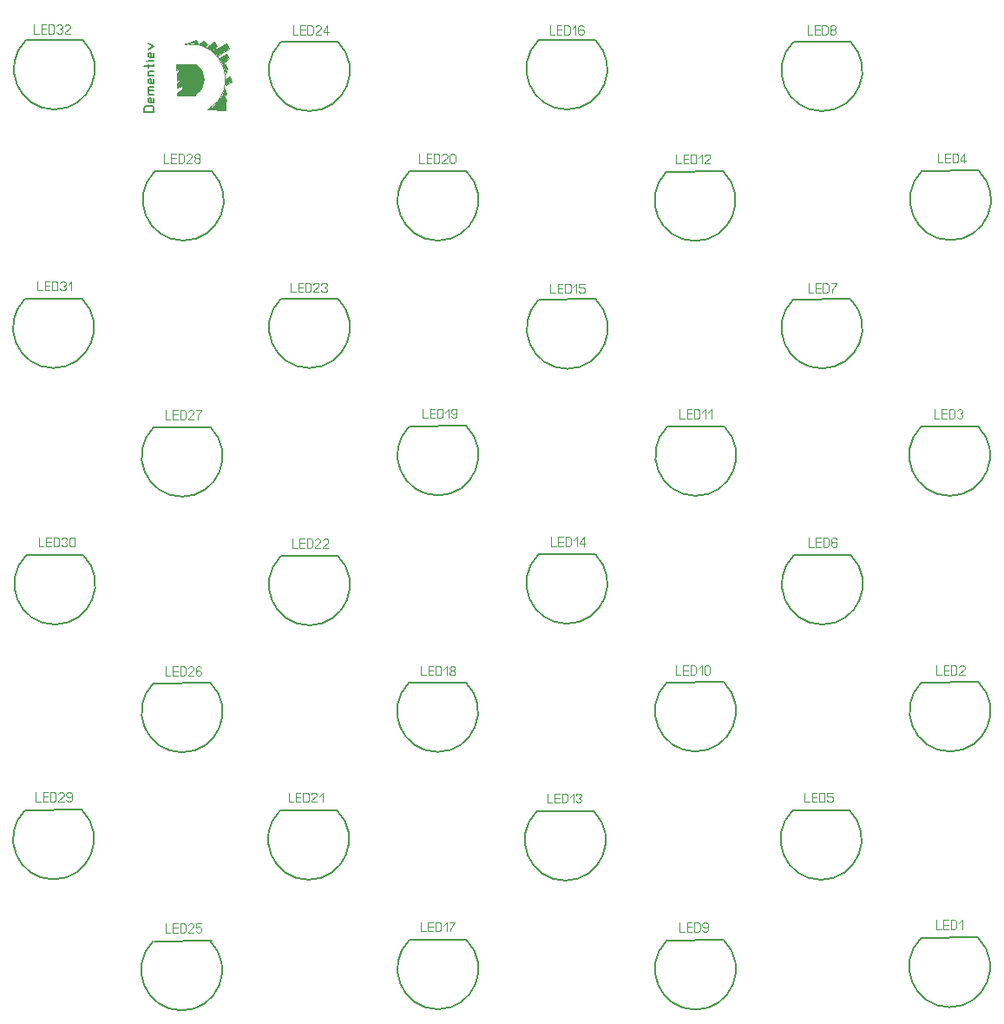
<source format=gbr>
%FSLAX34Y34*%
%MOMM*%
%LNSILK_TOP*%
G71*
G01*
%ADD10C,0.175*%
%ADD11C,0.100*%
%ADD12C,0.200*%
%ADD13C,0.111*%
%LPD*%
G54D10*
X158279Y895017D02*
X148501Y895017D01*
X148501Y898683D01*
X149112Y900150D01*
X150334Y900883D01*
X156446Y900883D01*
X157668Y900150D01*
X158279Y898683D01*
X158279Y895017D01*
G54D10*
X157668Y908706D02*
X158279Y907532D01*
X158279Y906066D01*
X157668Y904599D01*
X156446Y904306D01*
X154368Y904306D01*
X153146Y905039D01*
X152779Y906506D01*
X153146Y907972D01*
X154001Y908706D01*
X155223Y908706D01*
X155223Y904306D01*
G54D10*
X158279Y912128D02*
X152779Y912128D01*
G54D10*
X153757Y912128D02*
X152779Y913594D01*
X153146Y915061D01*
X154001Y915794D01*
X158279Y915794D01*
G54D10*
X153757Y915794D02*
X152779Y917261D01*
X153146Y918728D01*
X154001Y919461D01*
X158279Y919461D01*
G54D10*
X157668Y927283D02*
X158279Y926109D01*
X158279Y924643D01*
X157668Y923176D01*
X156446Y922883D01*
X154368Y922883D01*
X153146Y923616D01*
X152779Y925083D01*
X153146Y926549D01*
X154001Y927283D01*
X155223Y927283D01*
X155223Y922883D01*
G54D10*
X158279Y930705D02*
X152779Y930705D01*
G54D10*
X154001Y930705D02*
X153146Y931438D01*
X152779Y932905D01*
X153146Y934371D01*
X154001Y935105D01*
X158279Y935105D01*
G54D10*
X148501Y939993D02*
X157668Y939993D01*
X158279Y940727D01*
X158034Y941460D01*
G54D10*
X152779Y938527D02*
X152779Y941460D01*
G54D10*
X158279Y944882D02*
X152779Y944882D01*
G54D10*
X150946Y944882D02*
X150946Y944882D01*
G54D10*
X157668Y952704D02*
X158279Y951530D01*
X158279Y950064D01*
X157668Y948597D01*
X156446Y948304D01*
X154368Y948304D01*
X153146Y949037D01*
X152779Y950504D01*
X153146Y951970D01*
X154001Y952704D01*
X155223Y952704D01*
X155223Y948304D01*
G54D10*
X152779Y956126D02*
X158279Y959059D01*
X152779Y961992D01*
G54D11*
G75*
G01X198938Y911942D02*
G03X198938Y941387I-8500J14723D01*
G01*
G36*
G75*
G01X198938Y911942D02*
G03X198938Y941387I-8500J14723D01*
G01*
G37*
X198938Y911942D01*
G36*
X198938Y941387D02*
X180179Y941387D01*
X180166Y941374D01*
X180166Y935818D01*
X184135Y937405D01*
X180563Y932643D01*
X180563Y925896D01*
X186913Y929468D01*
X180563Y922324D01*
X180563Y918355D01*
X186119Y920340D01*
X186119Y917165D01*
X180960Y913593D01*
X180960Y911212D01*
X198207Y911212D01*
X198938Y911942D01*
X198938Y941387D01*
G37*
G54D11*
X198938Y941387D02*
X180179Y941387D01*
X180166Y941374D01*
X180166Y935818D01*
X184135Y937405D01*
X180563Y932643D01*
X180563Y925896D01*
X186913Y929468D01*
X180563Y922324D01*
X180563Y918355D01*
X186119Y920340D01*
X186119Y917165D01*
X180960Y913593D01*
X180960Y911212D01*
X198207Y911212D01*
X198938Y911942D01*
X198938Y941387D01*
G36*
X188500Y961218D02*
X195644Y962408D01*
X201597Y961218D01*
X199613Y965583D01*
X188500Y961218D01*
G37*
G54D11*
X188500Y961218D02*
X195644Y962408D01*
X201597Y961218D01*
X199613Y965583D01*
X188500Y961218D01*
G54D11*
G75*
G01X210993Y897247D02*
G03X188480Y961177I-17355J29818D01*
G01*
G36*
X201597Y961218D02*
X207154Y964790D01*
X210329Y961218D01*
X207550Y958837D01*
X201597Y961218D01*
G37*
G54D11*
X201597Y961218D02*
X207154Y964790D01*
X210329Y961218D01*
X207550Y958837D01*
X201597Y961218D01*
G36*
X209535Y958043D02*
X217076Y963202D01*
X219854Y959233D01*
X215488Y954074D01*
X229379Y962012D01*
X231363Y956852D01*
X220250Y949708D01*
X215885Y954471D01*
X209535Y958043D01*
G37*
G54D11*
X209535Y958043D02*
X217076Y963202D01*
X219854Y959233D01*
X215488Y954074D01*
X229379Y962012D01*
X231363Y956852D01*
X220250Y949708D01*
X215885Y954471D01*
X209535Y958043D01*
G36*
X222235Y947327D02*
X226204Y940183D01*
X227791Y932643D01*
X230172Y937008D01*
X228188Y941771D01*
X225410Y942168D01*
X231363Y947327D01*
X228982Y952090D01*
X222235Y947327D01*
G37*
G54D11*
X222235Y947327D02*
X226204Y940183D01*
X227791Y932643D01*
X230172Y937008D01*
X228188Y941771D01*
X225410Y942168D01*
X231363Y947327D01*
X228982Y952090D01*
X222235Y947327D01*
G36*
X228585Y927483D02*
X232157Y929865D01*
X234141Y924308D01*
X228188Y921133D01*
X228585Y927483D01*
G37*
G54D11*
X228585Y927483D02*
X232157Y929865D01*
X234141Y924308D01*
X228188Y921133D01*
X228585Y927483D01*
G36*
X210992Y897247D02*
X214694Y898908D01*
X220647Y904068D01*
X225410Y912005D01*
X226997Y917958D01*
X229379Y912402D01*
X226997Y910418D01*
X229379Y905655D01*
X226997Y904862D01*
X228188Y903671D01*
X228188Y896527D01*
X210992Y897247D01*
G37*
G54D11*
X210992Y897247D02*
X214694Y898908D01*
X220647Y904068D01*
X225410Y912005D01*
X226997Y917958D01*
X229379Y912402D01*
X226997Y910418D01*
X229379Y905655D01*
X226997Y904862D01*
X228188Y903671D01*
X228188Y896527D01*
X210992Y897247D01*
G54D12*
G75*
G01X907516Y837568D02*
G03X963377Y837568I27930J-27931D01*
G01*
G54D12*
X963256Y838000D02*
X907516Y837568D01*
G54D13*
X923120Y854629D02*
X923120Y845740D01*
X927787Y845740D01*
G54D13*
X934898Y845740D02*
X930231Y845740D01*
X930231Y854629D01*
X934898Y854629D01*
G54D13*
X930231Y850185D02*
X934898Y850185D01*
G54D13*
X937342Y845740D02*
X937342Y854629D01*
X940675Y854629D01*
X942009Y854074D01*
X942675Y852962D01*
X942675Y847407D01*
X942009Y846296D01*
X940675Y845740D01*
X937342Y845740D01*
G54D13*
X949119Y845740D02*
X949119Y854629D01*
X945119Y849074D01*
X945119Y847962D01*
X950452Y847962D01*
G54D12*
G75*
G01X782103Y963377D02*
G03X837965Y963377I27931J-27931D01*
G01*
G54D12*
X838240Y963809D02*
X782500Y963377D01*
G54D13*
X796008Y979645D02*
X796008Y970756D01*
X800675Y970756D01*
G54D13*
X807786Y970756D02*
X803119Y970756D01*
X803119Y979645D01*
X807786Y979645D01*
G54D13*
X803119Y975200D02*
X807786Y975200D01*
G54D13*
X810230Y970756D02*
X810230Y979645D01*
X813564Y979645D01*
X814897Y979089D01*
X815564Y977978D01*
X815564Y972423D01*
X814897Y971311D01*
X813564Y970756D01*
X810230Y970756D01*
G54D13*
X821341Y975200D02*
X820007Y975200D01*
X818674Y975756D01*
X818007Y976867D01*
X818007Y977978D01*
X818674Y979089D01*
X820007Y979645D01*
X821341Y979645D01*
X822674Y979089D01*
X823341Y977978D01*
X823341Y976867D01*
X822674Y975756D01*
X821341Y975200D01*
X822674Y974645D01*
X823341Y973534D01*
X823341Y972423D01*
X822674Y971311D01*
X821341Y970756D01*
X820007Y970756D01*
X818674Y971311D01*
X818007Y972423D01*
X818007Y973534D01*
X818674Y974645D01*
X820007Y975200D01*
G54D12*
G75*
G01X658278Y836774D02*
G03X714140Y836774I27931J-27931D01*
G01*
G54D12*
X714018Y837206D02*
X658278Y836774D01*
G54D13*
X667881Y853835D02*
X667881Y844946D01*
X672547Y844946D01*
G54D13*
X679658Y844946D02*
X674992Y844946D01*
X674992Y853835D01*
X679658Y853835D01*
G54D13*
X674992Y849391D02*
X679658Y849391D01*
G54D13*
X682103Y844946D02*
X682103Y853835D01*
X685436Y853835D01*
X686769Y853280D01*
X687436Y852169D01*
X687436Y846613D01*
X686769Y845502D01*
X685436Y844946D01*
X682103Y844946D01*
G54D13*
X689880Y850502D02*
X693213Y853835D01*
X693213Y844946D01*
G54D13*
X700990Y844946D02*
X695657Y844946D01*
X695657Y845502D01*
X696323Y846613D01*
X700323Y849946D01*
X700990Y851058D01*
X700990Y852169D01*
X700323Y853280D01*
X698990Y853835D01*
X697657Y853835D01*
X696323Y853280D01*
X695657Y852169D01*
G54D12*
G75*
G01X782103Y712552D02*
G03X837965Y712552I27931J-27931D01*
G01*
G54D12*
X837843Y712984D02*
X782103Y712552D01*
G54D13*
X796906Y728026D02*
X796906Y719137D01*
X801573Y719137D01*
G54D13*
X808684Y719137D02*
X804017Y719137D01*
X804017Y728026D01*
X808684Y728026D01*
G54D13*
X804017Y723582D02*
X808684Y723582D01*
G54D13*
X811128Y719137D02*
X811128Y728026D01*
X814461Y728026D01*
X815795Y727470D01*
X816461Y726359D01*
X816461Y720804D01*
X815795Y719693D01*
X814461Y719137D01*
X811128Y719137D01*
G54D13*
X818905Y728026D02*
X824238Y728026D01*
X823572Y726915D01*
X822238Y725248D01*
X820905Y723026D01*
X820238Y721359D01*
X820238Y719137D01*
G54D12*
G75*
G01X533660Y712155D02*
G03X589521Y712155I27930J-27931D01*
G01*
G54D12*
X589400Y712587D02*
X533660Y712155D01*
G54D13*
X545247Y727629D02*
X545247Y718740D01*
X549914Y718740D01*
G54D13*
X557025Y718740D02*
X552358Y718740D01*
X552358Y727629D01*
X557025Y727629D01*
G54D13*
X552358Y723185D02*
X557025Y723185D01*
G54D13*
X559469Y718740D02*
X559469Y727629D01*
X562802Y727629D01*
X564136Y727074D01*
X564802Y725962D01*
X564802Y720407D01*
X564136Y719296D01*
X562802Y718740D01*
X559469Y718740D01*
G54D13*
X567246Y724296D02*
X570579Y727629D01*
X570579Y718740D01*
G54D13*
X578356Y727629D02*
X573023Y727629D01*
X573023Y723740D01*
X573690Y723740D01*
X575023Y724296D01*
X576356Y724296D01*
X577690Y723740D01*
X578356Y722629D01*
X578356Y720407D01*
X577690Y719296D01*
X576356Y718740D01*
X575023Y718740D01*
X573690Y719296D01*
X573023Y720407D01*
G54D12*
G75*
G01X533263Y964965D02*
G03X589124Y964965I27930J-27931D01*
G01*
G54D12*
X589003Y965396D02*
X533263Y964965D01*
G54D13*
X544454Y979645D02*
X544454Y970756D01*
X549121Y970756D01*
G54D13*
X556232Y970756D02*
X551565Y970756D01*
X551565Y979645D01*
X556232Y979645D01*
G54D13*
X551565Y975200D02*
X556232Y975200D01*
G54D13*
X558676Y970756D02*
X558676Y979645D01*
X562009Y979645D01*
X563343Y979089D01*
X564009Y977978D01*
X564009Y972423D01*
X563343Y971311D01*
X562009Y970756D01*
X558676Y970756D01*
G54D13*
X566453Y976311D02*
X569786Y979645D01*
X569786Y970756D01*
G54D13*
X577563Y977978D02*
X576897Y979089D01*
X575563Y979645D01*
X574230Y979645D01*
X572897Y979089D01*
X572230Y977978D01*
X572230Y975200D01*
X572230Y974645D01*
X574230Y975756D01*
X575563Y975756D01*
X576897Y975200D01*
X577563Y974089D01*
X577563Y972423D01*
X576897Y971311D01*
X575563Y970756D01*
X574230Y970756D01*
X572897Y971311D01*
X572230Y972423D01*
X572230Y975200D01*
G54D12*
G75*
G01X407453Y837171D02*
G03X463315Y837171I27931J-27931D01*
G01*
G54D12*
X463193Y837603D02*
X407453Y837171D01*
G54D13*
X417232Y854232D02*
X417232Y845343D01*
X421898Y845343D01*
G54D13*
X429009Y845343D02*
X424343Y845343D01*
X424343Y854232D01*
X429009Y854232D01*
G54D13*
X424343Y849788D02*
X429009Y849788D01*
G54D13*
X431454Y845343D02*
X431454Y854232D01*
X434787Y854232D01*
X436120Y853677D01*
X436787Y852566D01*
X436787Y847010D01*
X436120Y845899D01*
X434787Y845343D01*
X431454Y845343D01*
G54D13*
X444564Y845343D02*
X439231Y845343D01*
X439231Y845899D01*
X439897Y847010D01*
X443897Y850343D01*
X444564Y851454D01*
X444564Y852566D01*
X443897Y853677D01*
X442564Y854232D01*
X441231Y854232D01*
X439897Y853677D01*
X439231Y852566D01*
G54D13*
X452341Y852566D02*
X452341Y847010D01*
X451674Y845899D01*
X450341Y845343D01*
X449008Y845343D01*
X447674Y845899D01*
X447008Y847010D01*
X447008Y852566D01*
X447674Y853677D01*
X449008Y854232D01*
X450341Y854232D01*
X451674Y853677D01*
X452341Y852566D01*
G54D12*
G75*
G01X282041Y963377D02*
G03X337902Y963377I27931J-27931D01*
G01*
G54D12*
X337781Y963809D02*
X282041Y963377D01*
G54D13*
X293915Y979645D02*
X293915Y970756D01*
X298581Y970756D01*
G54D13*
X305692Y970756D02*
X301026Y970756D01*
X301026Y979645D01*
X305692Y979645D01*
G54D13*
X301026Y975200D02*
X305692Y975200D01*
G54D13*
X308137Y970756D02*
X308137Y979645D01*
X311470Y979645D01*
X312803Y979089D01*
X313470Y977978D01*
X313470Y972423D01*
X312803Y971311D01*
X311470Y970756D01*
X308137Y970756D01*
G54D13*
X321247Y970756D02*
X315914Y970756D01*
X315914Y971311D01*
X316580Y972423D01*
X320580Y975756D01*
X321247Y976867D01*
X321247Y977978D01*
X320580Y979089D01*
X319247Y979645D01*
X317914Y979645D01*
X316580Y979089D01*
X315914Y977978D01*
G54D13*
X327691Y970756D02*
X327691Y979645D01*
X323691Y974089D01*
X323691Y972978D01*
X329024Y972978D01*
G54D12*
G75*
G01X282041Y712949D02*
G03X337902Y712949I27931J-27931D01*
G01*
G54D12*
X337781Y713381D02*
X282041Y712949D01*
G54D13*
X291819Y728423D02*
X291819Y719534D01*
X296486Y719534D01*
G54D13*
X303597Y719534D02*
X298930Y719534D01*
X298930Y728423D01*
X303597Y728423D01*
G54D13*
X298930Y723978D02*
X303597Y723978D01*
G54D13*
X306041Y719534D02*
X306041Y728423D01*
X309375Y728423D01*
X310708Y727867D01*
X311375Y726756D01*
X311375Y721201D01*
X310708Y720090D01*
X309375Y719534D01*
X306041Y719534D01*
G54D13*
X319152Y719534D02*
X313818Y719534D01*
X313818Y720090D01*
X314485Y721201D01*
X318485Y724534D01*
X319152Y725645D01*
X319152Y726756D01*
X318485Y727867D01*
X317152Y728423D01*
X315818Y728423D01*
X314485Y727867D01*
X313818Y726756D01*
G54D13*
X321595Y726756D02*
X322262Y727867D01*
X323595Y728423D01*
X324929Y728423D01*
X326262Y727867D01*
X326929Y726756D01*
X326929Y725645D01*
X326262Y724534D01*
X324929Y723978D01*
X326262Y723423D01*
X326929Y722312D01*
X326929Y721201D01*
X326262Y720090D01*
X324929Y719534D01*
X323595Y719534D01*
X322262Y720090D01*
X321595Y721201D01*
G54D12*
G75*
G01X159010Y837171D02*
G03X214871Y837171I27930J-27931D01*
G01*
G54D12*
X214750Y837603D02*
X159010Y837171D01*
G54D13*
X167994Y854232D02*
X167994Y845343D01*
X172660Y845343D01*
G54D13*
X179771Y845343D02*
X175105Y845343D01*
X175105Y854232D01*
X179771Y854232D01*
G54D13*
X175105Y849788D02*
X179771Y849788D01*
G54D13*
X182216Y845343D02*
X182216Y854232D01*
X185549Y854232D01*
X186882Y853677D01*
X187549Y852566D01*
X187549Y847010D01*
X186882Y845899D01*
X185549Y845343D01*
X182216Y845343D01*
G54D13*
X195326Y845343D02*
X189993Y845343D01*
X189993Y845899D01*
X190659Y847010D01*
X194659Y850343D01*
X195326Y851454D01*
X195326Y852566D01*
X194659Y853677D01*
X193326Y854232D01*
X191993Y854232D01*
X190659Y853677D01*
X189993Y852566D01*
G54D13*
X201103Y849788D02*
X199770Y849788D01*
X198436Y850343D01*
X197770Y851454D01*
X197770Y852566D01*
X198436Y853677D01*
X199770Y854232D01*
X201103Y854232D01*
X202436Y853677D01*
X203103Y852566D01*
X203103Y851454D01*
X202436Y850343D01*
X201103Y849788D01*
X202436Y849232D01*
X203103Y848121D01*
X203103Y847010D01*
X202436Y845899D01*
X201103Y845343D01*
X199770Y845343D01*
X198436Y845899D01*
X197770Y847010D01*
X197770Y848121D01*
X198436Y849232D01*
X199770Y849788D01*
G54D12*
G75*
G01X33200Y964965D02*
G03X89062Y964965I27931J-27931D01*
G01*
G54D12*
X88940Y965396D02*
X33200Y964965D01*
G54D13*
X41390Y980439D02*
X41390Y971550D01*
X46057Y971550D01*
G54D13*
X53168Y971550D02*
X48501Y971550D01*
X48501Y980439D01*
X53168Y980439D01*
G54D13*
X48501Y975994D02*
X53168Y975994D01*
G54D13*
X55612Y971550D02*
X55612Y980439D01*
X58946Y980439D01*
X60279Y979883D01*
X60946Y978772D01*
X60946Y973216D01*
X60279Y972105D01*
X58946Y971550D01*
X55612Y971550D01*
G54D13*
X63389Y978772D02*
X64056Y979883D01*
X65389Y980439D01*
X66723Y980439D01*
X68056Y979883D01*
X68723Y978772D01*
X68723Y977661D01*
X68056Y976550D01*
X66723Y975994D01*
X68056Y975439D01*
X68723Y974327D01*
X68723Y973216D01*
X68056Y972105D01*
X66723Y971550D01*
X65389Y971550D01*
X64056Y972105D01*
X63389Y973216D01*
G54D13*
X76500Y971550D02*
X71166Y971550D01*
X71166Y972105D01*
X71833Y973216D01*
X75833Y976550D01*
X76500Y977661D01*
X76500Y978772D01*
X75833Y979883D01*
X74500Y980439D01*
X73166Y980439D01*
X71833Y979883D01*
X71166Y978772D01*
G54D12*
G75*
G01X32406Y712949D02*
G03X88268Y712949I27931J-27931D01*
G01*
G54D12*
X88146Y713381D02*
X32406Y712949D01*
G54D13*
X44789Y730010D02*
X44789Y721122D01*
X49456Y721122D01*
G54D13*
X56566Y721122D02*
X51900Y721122D01*
X51900Y730010D01*
X56566Y730010D01*
G54D13*
X51900Y725566D02*
X56566Y725566D01*
G54D13*
X59011Y721122D02*
X59011Y730010D01*
X62344Y730010D01*
X63678Y729455D01*
X64344Y728344D01*
X64344Y722788D01*
X63678Y721677D01*
X62344Y721122D01*
X59011Y721122D01*
G54D13*
X66788Y728344D02*
X67454Y729455D01*
X68788Y730010D01*
X70121Y730010D01*
X71454Y729455D01*
X72121Y728344D01*
X72121Y727233D01*
X71454Y726122D01*
X70121Y725566D01*
X71454Y725010D01*
X72121Y723899D01*
X72121Y722788D01*
X71454Y721677D01*
X70121Y721122D01*
X68788Y721122D01*
X67454Y721677D01*
X66788Y722788D01*
G54D13*
X74565Y726677D02*
X77898Y730010D01*
X77898Y721122D01*
G54D12*
G75*
G01X157819Y587536D02*
G03X213680Y587536I27931J-27930D01*
G01*
G54D12*
X213559Y587968D02*
X157819Y587536D01*
G54D13*
X169686Y604598D02*
X169686Y595709D01*
X174353Y595709D01*
G54D13*
X181464Y595709D02*
X176798Y595709D01*
X176798Y604598D01*
X181464Y604598D01*
G54D13*
X176798Y600153D02*
X181464Y600153D01*
G54D13*
X183908Y595709D02*
X183908Y604598D01*
X187242Y604598D01*
X188575Y604042D01*
X189242Y602931D01*
X189242Y597376D01*
X188575Y596265D01*
X187242Y595709D01*
X183908Y595709D01*
G54D13*
X197019Y595709D02*
X191686Y595709D01*
X191686Y596265D01*
X192352Y597376D01*
X196352Y600709D01*
X197019Y601820D01*
X197019Y602931D01*
X196352Y604042D01*
X195019Y604598D01*
X193686Y604598D01*
X192352Y604042D01*
X191686Y602931D01*
G54D13*
X199462Y604598D02*
X204796Y604598D01*
X204129Y603487D01*
X202796Y601820D01*
X201462Y599598D01*
X200796Y597931D01*
X200796Y595709D01*
G54D12*
G75*
G01X407453Y588727D02*
G03X463315Y588727I27931J-27931D01*
G01*
G54D12*
X463193Y589159D02*
X407453Y588727D01*
G54D13*
X420628Y605788D02*
X420628Y596900D01*
X425294Y596900D01*
G54D13*
X432405Y596900D02*
X427739Y596900D01*
X427739Y605788D01*
X432405Y605788D01*
G54D13*
X427739Y601344D02*
X432405Y601344D01*
G54D13*
X434850Y596900D02*
X434850Y605788D01*
X438183Y605788D01*
X439516Y605233D01*
X440183Y604122D01*
X440183Y598566D01*
X439516Y597455D01*
X438183Y596900D01*
X434850Y596900D01*
G54D13*
X442627Y602455D02*
X445960Y605788D01*
X445960Y596900D01*
G54D13*
X448404Y598566D02*
X449070Y597455D01*
X450404Y596900D01*
X451737Y596900D01*
X453070Y597455D01*
X453737Y598566D01*
X453737Y601344D01*
X453737Y601900D01*
X451737Y600788D01*
X450404Y600788D01*
X449070Y601344D01*
X448404Y602455D01*
X448404Y604122D01*
X449070Y605233D01*
X450404Y605788D01*
X451737Y605788D01*
X453070Y605233D01*
X453737Y604122D01*
X453737Y601344D01*
G54D12*
G75*
G01X659072Y588330D02*
G03X714933Y588330I27931J-27930D01*
G01*
G54D12*
X714812Y588762D02*
X659072Y588330D01*
G54D13*
X671279Y605392D02*
X671279Y596503D01*
X675946Y596503D01*
G54D13*
X683057Y596503D02*
X678390Y596503D01*
X678390Y605392D01*
X683057Y605392D01*
G54D13*
X678390Y600947D02*
X683057Y600947D01*
G54D13*
X685501Y596503D02*
X685501Y605392D01*
X688834Y605392D01*
X690168Y604836D01*
X690834Y603725D01*
X690834Y598169D01*
X690168Y597058D01*
X688834Y596503D01*
X685501Y596503D01*
G54D13*
X693278Y602058D02*
X696611Y605392D01*
X696611Y596503D01*
G54D13*
X699055Y602058D02*
X702388Y605392D01*
X702388Y596503D01*
G54D12*
G75*
G01X533263Y463711D02*
G03X589124Y463711I27930J-27930D01*
G01*
G54D12*
X589003Y464143D02*
X533263Y463711D01*
G54D13*
X545756Y480773D02*
X545756Y471884D01*
X550422Y471884D01*
G54D13*
X557533Y471884D02*
X552866Y471884D01*
X552866Y480773D01*
X557533Y480773D01*
G54D13*
X552866Y476328D02*
X557533Y476328D01*
G54D13*
X559978Y471884D02*
X559978Y480773D01*
X563311Y480773D01*
X564644Y480217D01*
X565311Y479106D01*
X565311Y473551D01*
X564644Y472440D01*
X563311Y471884D01*
X559978Y471884D01*
G54D13*
X567754Y477440D02*
X571088Y480773D01*
X571088Y471884D01*
G54D13*
X577532Y471884D02*
X577532Y480773D01*
X573532Y475217D01*
X573532Y474106D01*
X578865Y474106D01*
G54D12*
G75*
G01X658675Y339093D02*
G03X714537Y339093I27931J-27931D01*
G01*
G54D12*
X714415Y339524D02*
X658675Y339093D01*
G54D13*
X667484Y355360D02*
X667484Y346472D01*
X672151Y346472D01*
G54D13*
X679262Y346472D02*
X674595Y346472D01*
X674595Y355360D01*
X679262Y355360D01*
G54D13*
X674595Y350916D02*
X679262Y350916D01*
G54D13*
X681706Y346472D02*
X681706Y355360D01*
X685039Y355360D01*
X686373Y354805D01*
X687039Y353694D01*
X687039Y348138D01*
X686373Y347027D01*
X685039Y346472D01*
X681706Y346472D01*
G54D13*
X689483Y352027D02*
X692816Y355360D01*
X692816Y346472D01*
G54D13*
X700593Y353694D02*
X700593Y348138D01*
X699927Y347027D01*
X698593Y346472D01*
X697260Y346472D01*
X695927Y347027D01*
X695260Y348138D01*
X695260Y353694D01*
X695927Y354805D01*
X697260Y355360D01*
X698593Y355360D01*
X699927Y354805D01*
X700593Y353694D01*
G54D12*
G75*
G01X407056Y338696D02*
G03X462918Y338696I27931J-27931D01*
G01*
G54D12*
X462796Y339128D02*
X407056Y338696D01*
G54D13*
X419041Y354964D02*
X419041Y346075D01*
X423708Y346075D01*
G54D13*
X430818Y346075D02*
X426152Y346075D01*
X426152Y354964D01*
X430818Y354964D01*
G54D13*
X426152Y350519D02*
X430818Y350519D01*
G54D13*
X433263Y346075D02*
X433263Y354964D01*
X436596Y354964D01*
X437930Y354408D01*
X438596Y353297D01*
X438596Y347741D01*
X437930Y346630D01*
X436596Y346075D01*
X433263Y346075D01*
G54D13*
X441040Y351630D02*
X444373Y354964D01*
X444373Y346075D01*
G54D13*
X450150Y350519D02*
X448817Y350519D01*
X447484Y351075D01*
X446817Y352186D01*
X446817Y353297D01*
X447484Y354408D01*
X448817Y354964D01*
X450150Y354964D01*
X451484Y354408D01*
X452150Y353297D01*
X452150Y352186D01*
X451484Y351075D01*
X450150Y350519D01*
X451484Y349964D01*
X452150Y348852D01*
X452150Y347741D01*
X451484Y346630D01*
X450150Y346075D01*
X448817Y346075D01*
X447484Y346630D01*
X446817Y347741D01*
X446817Y348852D01*
X447484Y349964D01*
X448817Y350519D01*
G54D12*
G75*
G01X282041Y462124D02*
G03X337902Y462124I27931J-27931D01*
G01*
G54D12*
X337781Y462556D02*
X282041Y462124D01*
G54D13*
X293406Y479185D02*
X293406Y470296D01*
X298072Y470296D01*
G54D13*
X305183Y470296D02*
X300517Y470296D01*
X300517Y479185D01*
X305183Y479185D01*
G54D13*
X300517Y474741D02*
X305183Y474741D01*
G54D13*
X307628Y470296D02*
X307628Y479185D01*
X310961Y479185D01*
X312294Y478630D01*
X312961Y477519D01*
X312961Y471963D01*
X312294Y470852D01*
X310961Y470296D01*
X307628Y470296D01*
G54D13*
X320738Y470296D02*
X315405Y470296D01*
X315405Y470852D01*
X316071Y471963D01*
X320071Y475296D01*
X320738Y476408D01*
X320738Y477519D01*
X320071Y478630D01*
X318738Y479185D01*
X317405Y479185D01*
X316071Y478630D01*
X315405Y477519D01*
G54D13*
X328515Y470296D02*
X323182Y470296D01*
X323182Y470852D01*
X323848Y471963D01*
X327848Y475296D01*
X328515Y476408D01*
X328515Y477519D01*
X327848Y478630D01*
X326515Y479185D01*
X325182Y479185D01*
X323848Y478630D01*
X323182Y477519D01*
G54D12*
G75*
G01X33597Y462918D02*
G03X89458Y462918I27931J-27931D01*
G01*
G54D12*
X89337Y463350D02*
X33597Y462918D01*
G54D13*
X46153Y480376D02*
X46153Y471487D01*
X50819Y471487D01*
G54D13*
X57930Y471487D02*
X53264Y471487D01*
X53264Y480376D01*
X57930Y480376D01*
G54D13*
X53264Y475932D02*
X57930Y475932D01*
G54D13*
X60375Y471487D02*
X60375Y480376D01*
X63708Y480376D01*
X65041Y479820D01*
X65708Y478709D01*
X65708Y473154D01*
X65041Y472043D01*
X63708Y471487D01*
X60375Y471487D01*
G54D13*
X68152Y478709D02*
X68818Y479820D01*
X70152Y480376D01*
X71485Y480376D01*
X72818Y479820D01*
X73485Y478709D01*
X73485Y477598D01*
X72818Y476487D01*
X71485Y475932D01*
X72818Y475376D01*
X73485Y474265D01*
X73485Y473154D01*
X72818Y472043D01*
X71485Y471487D01*
X70152Y471487D01*
X68818Y472043D01*
X68152Y473154D01*
G54D13*
X81262Y478709D02*
X81262Y473154D01*
X80595Y472043D01*
X79262Y471487D01*
X77929Y471487D01*
X76595Y472043D01*
X75929Y473154D01*
X75929Y478709D01*
X76595Y479820D01*
X77929Y480376D01*
X79262Y480376D01*
X80595Y479820D01*
X81262Y478709D01*
G54D12*
G75*
G01X157819Y338299D02*
G03X213680Y338299I27931J-27931D01*
G01*
G54D12*
X213559Y338731D02*
X157819Y338299D01*
G54D13*
X169582Y354567D02*
X169582Y345678D01*
X174249Y345678D01*
G54D13*
X181360Y345678D02*
X176694Y345678D01*
X176694Y354567D01*
X181360Y354567D01*
G54D13*
X176694Y350122D02*
X181360Y350122D01*
G54D13*
X183804Y345678D02*
X183804Y354567D01*
X187138Y354567D01*
X188471Y354011D01*
X189138Y352900D01*
X189138Y347344D01*
X188471Y346233D01*
X187138Y345678D01*
X183804Y345678D01*
G54D13*
X196915Y345678D02*
X191582Y345678D01*
X191582Y346233D01*
X192248Y347344D01*
X196248Y350678D01*
X196915Y351789D01*
X196915Y352900D01*
X196248Y354011D01*
X194915Y354567D01*
X193582Y354567D01*
X192248Y354011D01*
X191582Y352900D01*
G54D13*
X204692Y352900D02*
X204025Y354011D01*
X202692Y354567D01*
X201358Y354567D01*
X200025Y354011D01*
X199358Y352900D01*
X199358Y350122D01*
X199358Y349567D01*
X201358Y350678D01*
X202692Y350678D01*
X204025Y350122D01*
X204692Y349011D01*
X204692Y347344D01*
X204025Y346233D01*
X202692Y345678D01*
X201358Y345678D01*
X200025Y346233D01*
X199358Y347344D01*
X199358Y350122D01*
G54D12*
G75*
G01X906722Y588330D02*
G03X962583Y588330I27931J-27930D01*
G01*
G54D12*
X962462Y588762D02*
X906722Y588330D01*
G54D13*
X919833Y605392D02*
X919833Y596503D01*
X924499Y596503D01*
G54D13*
X931610Y596503D02*
X926944Y596503D01*
X926944Y605392D01*
X931610Y605392D01*
G54D13*
X926944Y600947D02*
X931610Y600947D01*
G54D13*
X934055Y596503D02*
X934055Y605392D01*
X937388Y605392D01*
X938721Y604836D01*
X939388Y603725D01*
X939388Y598169D01*
X938721Y597058D01*
X937388Y596503D01*
X934055Y596503D01*
G54D13*
X941832Y603725D02*
X942498Y604836D01*
X943832Y605392D01*
X945165Y605392D01*
X946498Y604836D01*
X947165Y603725D01*
X947165Y602614D01*
X946498Y601503D01*
X945165Y600947D01*
X946498Y600392D01*
X947165Y599281D01*
X947165Y598169D01*
X946498Y597058D01*
X945165Y596503D01*
X943832Y596503D01*
X942498Y597058D01*
X941832Y598169D01*
G54D12*
G75*
G01X782500Y462918D02*
G03X838362Y462918I27931J-27931D01*
G01*
G54D12*
X838240Y463350D02*
X782500Y462918D01*
G54D13*
X797198Y479979D02*
X797198Y471090D01*
X801865Y471090D01*
G54D13*
X808976Y471090D02*
X804309Y471090D01*
X804309Y479979D01*
X808976Y479979D01*
G54D13*
X804309Y475535D02*
X808976Y475535D01*
G54D13*
X811420Y471090D02*
X811420Y479979D01*
X814753Y479979D01*
X816087Y479424D01*
X816753Y478312D01*
X816753Y472757D01*
X816087Y471646D01*
X814753Y471090D01*
X811420Y471090D01*
G54D13*
X824530Y478312D02*
X823864Y479424D01*
X822530Y479979D01*
X821197Y479979D01*
X819864Y479424D01*
X819197Y478312D01*
X819197Y475535D01*
X819197Y474979D01*
X821197Y476090D01*
X822530Y476090D01*
X823864Y475535D01*
X824530Y474424D01*
X824530Y472757D01*
X823864Y471646D01*
X822530Y471090D01*
X821197Y471090D01*
X819864Y471646D01*
X819197Y472757D01*
X819197Y475535D01*
G54D12*
G75*
G01X907119Y339093D02*
G03X962980Y339093I27931J-27931D01*
G01*
G54D12*
X962859Y339524D02*
X907119Y339093D01*
G54D13*
X921817Y355360D02*
X921817Y346472D01*
X926484Y346472D01*
G54D13*
X933595Y346472D02*
X928928Y346472D01*
X928928Y355360D01*
X933595Y355360D01*
G54D13*
X928928Y350916D02*
X933595Y350916D01*
G54D13*
X936039Y346472D02*
X936039Y355360D01*
X939373Y355360D01*
X940706Y354805D01*
X941373Y353694D01*
X941373Y348138D01*
X940706Y347027D01*
X939373Y346472D01*
X936039Y346472D01*
G54D13*
X949150Y346472D02*
X943816Y346472D01*
X943816Y347027D01*
X944483Y348138D01*
X948483Y351472D01*
X949150Y352583D01*
X949150Y353694D01*
X948483Y354805D01*
X947150Y355360D01*
X945816Y355360D01*
X944483Y354805D01*
X943816Y353694D01*
G54D12*
G75*
G01X906722Y89855D02*
G03X962583Y89855I27931J-27931D01*
G01*
G54D12*
X962462Y90287D02*
X906722Y89855D01*
G54D13*
X921642Y107314D02*
X921642Y98425D01*
X926309Y98425D01*
G54D13*
X933420Y98425D02*
X928753Y98425D01*
X928753Y107314D01*
X933420Y107314D01*
G54D13*
X928753Y102869D02*
X933420Y102869D01*
G54D13*
X935864Y98425D02*
X935864Y107314D01*
X939198Y107314D01*
X940531Y106758D01*
X941198Y105647D01*
X941198Y100091D01*
X940531Y98980D01*
X939198Y98425D01*
X935864Y98425D01*
G54D13*
X943641Y103980D02*
X946975Y107314D01*
X946975Y98425D01*
G54D12*
G75*
G01X781310Y214077D02*
G03X837171Y214077I27930J-27931D01*
G01*
G54D12*
X837050Y214509D02*
X781310Y214077D01*
G54D13*
X793230Y231535D02*
X793230Y222646D01*
X797896Y222646D01*
G54D13*
X805007Y222646D02*
X800340Y222646D01*
X800340Y231535D01*
X805007Y231535D01*
G54D13*
X800340Y227091D02*
X805007Y227091D01*
G54D13*
X807452Y222646D02*
X807452Y231535D01*
X810785Y231535D01*
X812118Y230980D01*
X812785Y229869D01*
X812785Y224313D01*
X812118Y223202D01*
X810785Y222646D01*
X807452Y222646D01*
G54D13*
X820562Y231535D02*
X815228Y231535D01*
X815228Y227646D01*
X815895Y227646D01*
X817228Y228202D01*
X818562Y228202D01*
X819895Y227646D01*
X820562Y226535D01*
X820562Y224313D01*
X819895Y223202D01*
X818562Y222646D01*
X817228Y222646D01*
X815895Y223202D01*
X815228Y224313D01*
G54D12*
G75*
G01X658675Y87474D02*
G03X714537Y87474I27931J-27931D01*
G01*
G54D12*
X714415Y87906D02*
X658675Y87474D01*
G54D13*
X671389Y104932D02*
X671389Y96043D01*
X676056Y96043D01*
G54D13*
X683167Y96043D02*
X678500Y96043D01*
X678500Y104932D01*
X683167Y104932D01*
G54D13*
X678500Y100488D02*
X683167Y100488D01*
G54D13*
X685611Y96043D02*
X685611Y104932D01*
X688944Y104932D01*
X690278Y104377D01*
X690944Y103266D01*
X690944Y97710D01*
X690278Y96599D01*
X688944Y96043D01*
X685611Y96043D01*
G54D13*
X693388Y97710D02*
X694055Y96599D01*
X695388Y96043D01*
X696721Y96043D01*
X698055Y96599D01*
X698721Y97710D01*
X698721Y100488D01*
X698721Y101043D01*
X696721Y99932D01*
X695388Y99932D01*
X694055Y100488D01*
X693388Y101599D01*
X693388Y103266D01*
X694055Y104377D01*
X695388Y104932D01*
X696721Y104932D01*
X698055Y104377D01*
X698721Y103266D01*
X698721Y100488D01*
G54D12*
G75*
G01X407453Y87871D02*
G03X463315Y87871I27931J-27931D01*
G01*
G54D12*
X463193Y88303D02*
X407453Y87871D01*
G54D13*
X418748Y105329D02*
X418748Y96440D01*
X423415Y96440D01*
G54D13*
X430526Y96440D02*
X425860Y96440D01*
X425860Y105329D01*
X430526Y105329D01*
G54D13*
X425860Y100885D02*
X430526Y100885D01*
G54D13*
X432970Y96440D02*
X432970Y105329D01*
X436304Y105329D01*
X437637Y104774D01*
X438304Y103662D01*
X438304Y98107D01*
X437637Y96996D01*
X436304Y96440D01*
X432970Y96440D01*
G54D13*
X440748Y101996D02*
X444081Y105329D01*
X444081Y96440D01*
G54D13*
X446524Y105329D02*
X451858Y105329D01*
X451191Y104218D01*
X449858Y102551D01*
X448524Y100329D01*
X447858Y98662D01*
X447858Y96440D01*
G54D12*
G75*
G01X531675Y213283D02*
G03X587537Y213283I27931J-27930D01*
G01*
G54D12*
X587415Y213715D02*
X531675Y213283D01*
G54D13*
X542073Y230742D02*
X542073Y221853D01*
X546739Y221853D01*
G54D13*
X553850Y221853D02*
X549184Y221853D01*
X549184Y230742D01*
X553850Y230742D01*
G54D13*
X549184Y226297D02*
X553850Y226297D01*
G54D13*
X556295Y221853D02*
X556295Y230742D01*
X559628Y230742D01*
X560961Y230186D01*
X561628Y229075D01*
X561628Y223519D01*
X560961Y222408D01*
X559628Y221853D01*
X556295Y221853D01*
G54D13*
X564072Y227408D02*
X567405Y230742D01*
X567405Y221853D01*
G54D13*
X569849Y229075D02*
X570515Y230186D01*
X571849Y230742D01*
X573182Y230742D01*
X574515Y230186D01*
X575182Y229075D01*
X575182Y227964D01*
X574515Y226853D01*
X573182Y226297D01*
X574515Y225742D01*
X575182Y224630D01*
X575182Y223519D01*
X574515Y222408D01*
X573182Y221853D01*
X571849Y221853D01*
X570515Y222408D01*
X569849Y223519D01*
G54D12*
G75*
G01X281247Y214077D02*
G03X337108Y214077I27931J-27931D01*
G01*
G54D12*
X336987Y214509D02*
X281247Y214077D01*
G54D13*
X289659Y231535D02*
X289659Y222646D01*
X294326Y222646D01*
G54D13*
X301437Y222646D02*
X296770Y222646D01*
X296770Y231535D01*
X301437Y231535D01*
G54D13*
X296770Y227091D02*
X301437Y227091D01*
G54D13*
X303881Y222646D02*
X303881Y231535D01*
X307215Y231535D01*
X308548Y230980D01*
X309215Y229869D01*
X309215Y224313D01*
X308548Y223202D01*
X307215Y222646D01*
X303881Y222646D01*
G54D13*
X316992Y222646D02*
X311658Y222646D01*
X311658Y223202D01*
X312325Y224313D01*
X316325Y227646D01*
X316992Y228758D01*
X316992Y229869D01*
X316325Y230980D01*
X314992Y231535D01*
X313658Y231535D01*
X312325Y230980D01*
X311658Y229869D01*
G54D13*
X319435Y228202D02*
X322769Y231535D01*
X322769Y222646D01*
G54D12*
G75*
G01X157422Y86680D02*
G03X213283Y86680I27931J-27930D01*
G01*
G54D12*
X214750Y87112D02*
X159010Y86680D01*
G54D13*
X169582Y104138D02*
X169582Y95250D01*
X174248Y95250D01*
G54D13*
X181359Y95250D02*
X176692Y95250D01*
X176692Y104138D01*
X181359Y104138D01*
G54D13*
X176692Y99694D02*
X181359Y99694D01*
G54D13*
X183804Y95250D02*
X183804Y104138D01*
X187137Y104138D01*
X188470Y103583D01*
X189137Y102472D01*
X189137Y96916D01*
X188470Y95805D01*
X187137Y95250D01*
X183804Y95250D01*
G54D13*
X196914Y95250D02*
X191580Y95250D01*
X191580Y95805D01*
X192247Y96916D01*
X196247Y100250D01*
X196914Y101361D01*
X196914Y102472D01*
X196247Y103583D01*
X194914Y104138D01*
X193580Y104138D01*
X192247Y103583D01*
X191580Y102472D01*
G54D13*
X204691Y104138D02*
X199358Y104138D01*
X199358Y100250D01*
X200024Y100250D01*
X201358Y100805D01*
X202691Y100805D01*
X204024Y100250D01*
X204691Y99138D01*
X204691Y96916D01*
X204024Y95805D01*
X202691Y95250D01*
X201358Y95250D01*
X200024Y95805D01*
X199358Y96916D01*
G54D12*
G75*
G01X32406Y214474D02*
G03X88268Y214474I27931J-27931D01*
G01*
G54D12*
X88146Y214906D02*
X32406Y214474D01*
G54D13*
X42977Y231932D02*
X42977Y223043D01*
X47644Y223043D01*
G54D13*
X54755Y223043D02*
X50088Y223043D01*
X50088Y231932D01*
X54755Y231932D01*
G54D13*
X50088Y227488D02*
X54755Y227488D01*
G54D13*
X57199Y223043D02*
X57199Y231932D01*
X60533Y231932D01*
X61866Y231377D01*
X62533Y230266D01*
X62533Y224710D01*
X61866Y223599D01*
X60533Y223043D01*
X57199Y223043D01*
G54D13*
X70310Y223043D02*
X64976Y223043D01*
X64976Y223599D01*
X65643Y224710D01*
X69643Y228043D01*
X70310Y229154D01*
X70310Y230266D01*
X69643Y231377D01*
X68310Y231932D01*
X66976Y231932D01*
X65643Y231377D01*
X64976Y230266D01*
G54D13*
X72753Y224710D02*
X73420Y223599D01*
X74753Y223043D01*
X76087Y223043D01*
X77420Y223599D01*
X78087Y224710D01*
X78087Y227488D01*
X78087Y228043D01*
X76087Y226932D01*
X74753Y226932D01*
X73420Y227488D01*
X72753Y228599D01*
X72753Y230266D01*
X73420Y231377D01*
X74753Y231932D01*
X76087Y231932D01*
X77420Y231377D01*
X78087Y230266D01*
X78087Y227488D01*
M02*

</source>
